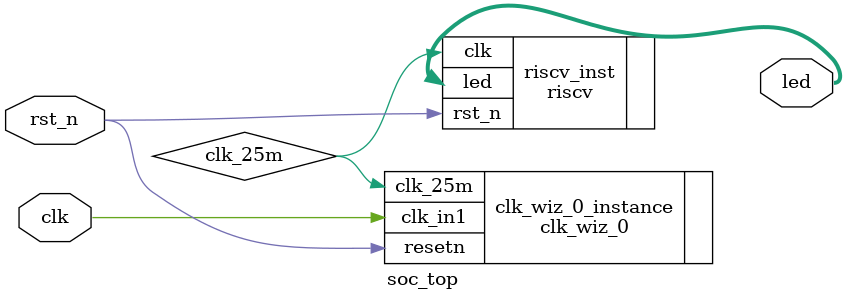
<source format=v>
module soc_top(
    input                               clk,
    input                               rst_n,
    output wire [1:0]                   led 
);

wire clk_25m;

clk_wiz_0 clk_wiz_0_instance (
 // Clock out ports
.clk_25m(clk_25m),     // output clk_25m
 // Status and control signals
.resetn(rst_n), // input resetn
// Clock in ports
.clk_in1(clk)
);      // input clk_in1


riscv  riscv_inst (
    .clk(clk_25m),
    .rst_n(rst_n),
    .led(led)
);


endmodule


</source>
